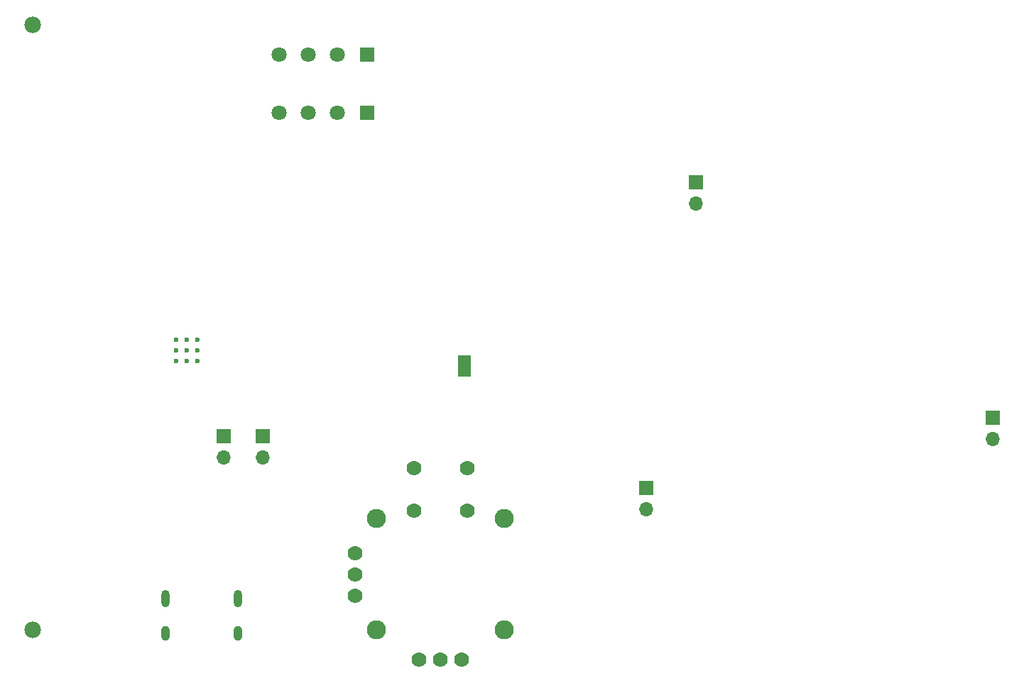
<source format=gbr>
%TF.GenerationSoftware,KiCad,Pcbnew,8.0.0*%
%TF.CreationDate,2024-04-27T18:31:45+01:00*%
%TF.ProjectId,StepUp,53746570-5570-42e6-9b69-6361645f7063,rev?*%
%TF.SameCoordinates,Original*%
%TF.FileFunction,Copper,L4,Bot*%
%TF.FilePolarity,Positive*%
%FSLAX46Y46*%
G04 Gerber Fmt 4.6, Leading zero omitted, Abs format (unit mm)*
G04 Created by KiCad (PCBNEW 8.0.0) date 2024-04-27 18:31:45*
%MOMM*%
%LPD*%
G01*
G04 APERTURE LIST*
%TA.AperFunction,ComponentPad*%
%ADD10R,1.800000X1.800000*%
%TD*%
%TA.AperFunction,ComponentPad*%
%ADD11C,1.800000*%
%TD*%
%TA.AperFunction,ComponentPad*%
%ADD12C,1.980000*%
%TD*%
%TA.AperFunction,ComponentPad*%
%ADD13R,1.700000X1.700000*%
%TD*%
%TA.AperFunction,ComponentPad*%
%ADD14O,1.700000X1.700000*%
%TD*%
%TA.AperFunction,HeatsinkPad*%
%ADD15C,0.600000*%
%TD*%
%TA.AperFunction,HeatsinkPad*%
%ADD16R,1.600000X2.500000*%
%TD*%
%TA.AperFunction,ComponentPad*%
%ADD17C,0.600000*%
%TD*%
%TA.AperFunction,ComponentPad*%
%ADD18C,1.778000*%
%TD*%
%TA.AperFunction,ComponentPad*%
%ADD19C,2.286000*%
%TD*%
%TA.AperFunction,ComponentPad*%
%ADD20O,1.000000X2.100000*%
%TD*%
%TA.AperFunction,ComponentPad*%
%ADD21O,1.000000X1.800000*%
%TD*%
G04 APERTURE END LIST*
D10*
%TO.P,J3,1_A,1*%
%TO.N,/Motor Driver/OA1*%
X144250000Y-79437500D03*
D11*
%TO.P,J3,2_A,2*%
%TO.N,/Motor Driver/OA2*%
X140750000Y-79437500D03*
%TO.P,J3,3_A,3*%
%TO.N,/Motor Driver/OB1*%
X137250000Y-79437500D03*
%TO.P,J3,4_A,4*%
%TO.N,/Motor Driver/OB2*%
X133750000Y-79437500D03*
D10*
%TO.P,J3,1_B,1__1*%
%TO.N,/Motor Driver/OA1*%
X144250000Y-72437500D03*
D11*
%TO.P,J3,2_B,2__1*%
%TO.N,/Motor Driver/OA2*%
X140750000Y-72437500D03*
%TO.P,J3,3_B,3__1*%
%TO.N,/Motor Driver/OB1*%
X137250000Y-72437500D03*
%TO.P,J3,4_B,4__1*%
%TO.N,/Motor Driver/OB2*%
X133750000Y-72437500D03*
%TD*%
D12*
%TO.P,BT1,N*%
%TO.N,GND*%
X104390000Y-141110000D03*
%TO.P,BT1,P*%
%TO.N,Vbat*%
X104390000Y-68890000D03*
%TD*%
D13*
%TO.P,J1,1,Pin_1*%
%TO.N,V_USB*%
X183500000Y-87730000D03*
D14*
%TO.P,J1,2,Pin_2*%
%TO.N,Net-(D3-A)*%
X183500000Y-90270000D03*
%TD*%
D15*
%TO.P,U7,13,PGND*%
%TO.N,GND*%
X155350000Y-108695000D03*
X155350000Y-109645000D03*
X155350000Y-110595000D03*
D16*
X155850000Y-109645000D03*
D15*
X156350000Y-108695000D03*
X156350000Y-109645000D03*
X156350000Y-110595000D03*
%TD*%
D17*
%TO.P,U2,57,GND*%
%TO.N,GND*%
X121450000Y-106500000D03*
X121450000Y-107775000D03*
X121450000Y-109050000D03*
X122725000Y-106500000D03*
X122725000Y-107775000D03*
X122725000Y-109050000D03*
X124000000Y-106500000D03*
X124000000Y-107775000D03*
X124000000Y-109050000D03*
%TD*%
D18*
%TO.P,U8,B1A,SEL+*%
%TO.N,JOYSTSICK_BUTTON*%
X149825000Y-121800000D03*
%TO.P,U8,B1B*%
%TO.N,N/C*%
X156175000Y-121800000D03*
%TO.P,U8,B2A,SEL-*%
%TO.N,GND*%
X149825000Y-126880000D03*
%TO.P,U8,B2B*%
%TO.N,N/C*%
X156175000Y-126880000D03*
%TO.P,U8,H1,H+*%
%TO.N,+3V3*%
X150460000Y-144660000D03*
%TO.P,U8,H2,H*%
%TO.N,JOYSTSICK_AXIS_H*%
X153000000Y-144660000D03*
%TO.P,U8,H3,H-*%
%TO.N,GND*%
X155540000Y-144660000D03*
D19*
%TO.P,U8,S1,SHIELD*%
X145380000Y-127832500D03*
%TO.P,U8,S2,SHIELD*%
X145380000Y-141167500D03*
%TO.P,U8,S3,SHIELD*%
X160620000Y-141167500D03*
%TO.P,U8,S4,SHIELD*%
X160620000Y-127832500D03*
D18*
%TO.P,U8,V1,V+*%
%TO.N,+3V3*%
X142840000Y-131960000D03*
%TO.P,U8,V2,V*%
%TO.N,JOYSTSICK_AXIS_V*%
X142840000Y-134500000D03*
%TO.P,U8,V3,V-*%
%TO.N,GND*%
X142840000Y-137040000D03*
%TD*%
D13*
%TO.P,J4,1,Pin_1*%
%TO.N,Vbat*%
X127150000Y-118000000D03*
D14*
%TO.P,J4,2,Pin_2*%
%TO.N,Net-(J4-Pin_2)*%
X127150000Y-120540000D03*
%TD*%
D20*
%TO.P,J8,S1,SHIELD*%
%TO.N,GND*%
X120180000Y-137395000D03*
D21*
X120180000Y-141575000D03*
D20*
X128820000Y-137395000D03*
D21*
X128820000Y-141575000D03*
%TD*%
D13*
%TO.P,J7,1,Pin_1*%
%TO.N,Vbat*%
X177500000Y-124225000D03*
D14*
%TO.P,J7,2,Pin_2*%
%TO.N,/Power/BOOST_VIN*%
X177500000Y-126765000D03*
%TD*%
D13*
%TO.P,J5,1,Pin_1*%
%TO.N,V_USB*%
X131800000Y-118000000D03*
D14*
%TO.P,J5,2,Pin_2*%
%TO.N,Net-(J5-Pin_2)*%
X131800000Y-120540000D03*
%TD*%
D13*
%TO.P,J2,1,Pin_1*%
%TO.N,VMotor*%
X218865000Y-115790000D03*
D14*
%TO.P,J2,2,Pin_2*%
%TO.N,/Power/BOOST_VOUT*%
X218865000Y-118330000D03*
%TD*%
M02*

</source>
